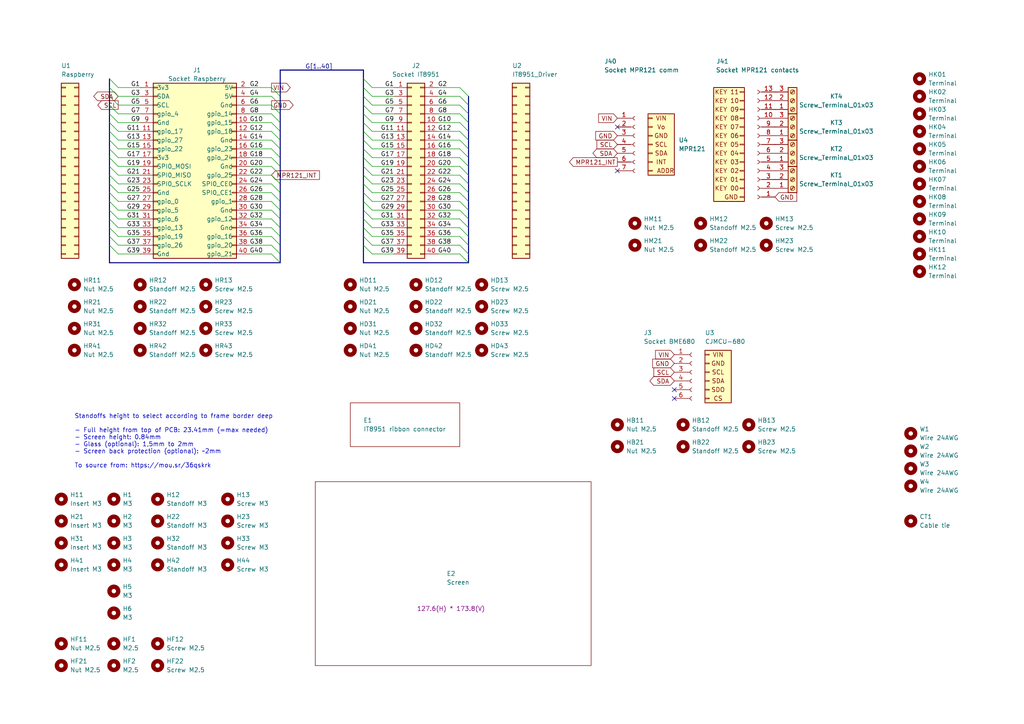
<source format=kicad_sch>
(kicad_sch (version 20211123) (generator eeschema)
  (paper "A4")
  (title_block (title "eInk Frame"))
  (no_connect (at 179.07 49.53))
  (no_connect (at 179.07 36.83))
  (no_connect (at 195.58 115.57))
  (no_connect (at 195.58 113.03))
  (bus_entry (at 105.41 53.34) (size 2.54 2.54))
  (bus_entry (at 105.41 33.02) (size 2.54 2.54))
  (bus_entry (at 105.41 55.88) (size 2.54 2.54))
  (bus_entry (at 133.35 58.42) (size 2.54 2.54))
  (bus_entry (at 133.35 43.18) (size 2.54 2.54))
  (bus_entry (at 105.41 68.58) (size 2.54 2.54))
  (bus_entry (at 133.35 71.12) (size 2.54 2.54))
  (bus_entry (at 105.41 27.94) (size 2.54 2.54))
  (bus_entry (at 105.41 35.56) (size 2.54 2.54))
  (bus_entry (at 133.35 30.48) (size 2.54 2.54))
  (bus_entry (at 105.41 58.42) (size 2.54 2.54))
  (bus_entry (at 133.35 63.5) (size 2.54 2.54))
  (bus_entry (at 133.35 33.02) (size 2.54 2.54))
  (bus_entry (at 133.35 27.94) (size 2.54 2.54))
  (bus_entry (at 133.35 38.1) (size 2.54 2.54))
  (bus_entry (at 133.35 66.04) (size 2.54 2.54))
  (bus_entry (at 133.35 40.64) (size 2.54 2.54))
  (bus_entry (at 133.35 48.26) (size 2.54 2.54))
  (bus_entry (at 133.35 35.56) (size 2.54 2.54))
  (bus_entry (at 133.35 60.96) (size 2.54 2.54))
  (bus_entry (at 105.41 71.12) (size 2.54 2.54))
  (bus_entry (at 31.75 48.26) (size 2.54 2.54))
  (bus_entry (at 31.75 50.8) (size 2.54 2.54))
  (bus_entry (at 31.75 53.34) (size 2.54 2.54))
  (bus_entry (at 31.75 55.88) (size 2.54 2.54))
  (bus_entry (at 31.75 40.64) (size 2.54 2.54))
  (bus_entry (at 31.75 43.18) (size 2.54 2.54))
  (bus_entry (at 31.75 45.72) (size 2.54 2.54))
  (bus_entry (at 78.74 40.64) (size 2.54 2.54))
  (bus_entry (at 78.74 38.1) (size 2.54 2.54))
  (bus_entry (at 78.74 45.72) (size 2.54 2.54))
  (bus_entry (at 78.74 48.26) (size 2.54 2.54))
  (bus_entry (at 78.74 43.18) (size 2.54 2.54))
  (bus_entry (at 78.74 50.8) (size 2.54 2.54))
  (bus_entry (at 78.74 53.34) (size 2.54 2.54))
  (bus_entry (at 78.74 55.88) (size 2.54 2.54))
  (bus_entry (at 78.74 25.4) (size 2.54 2.54))
  (bus_entry (at 78.74 27.94) (size 2.54 2.54))
  (bus_entry (at 78.74 30.48) (size 2.54 2.54))
  (bus_entry (at 31.75 35.56) (size 2.54 2.54))
  (bus_entry (at 31.75 38.1) (size 2.54 2.54))
  (bus_entry (at 31.75 58.42) (size 2.54 2.54))
  (bus_entry (at 31.75 60.96) (size 2.54 2.54))
  (bus_entry (at 31.75 63.5) (size 2.54 2.54))
  (bus_entry (at 31.75 66.04) (size 2.54 2.54))
  (bus_entry (at 31.75 68.58) (size 2.54 2.54))
  (bus_entry (at 31.75 71.12) (size 2.54 2.54))
  (bus_entry (at 78.74 58.42) (size 2.54 2.54))
  (bus_entry (at 78.74 60.96) (size 2.54 2.54))
  (bus_entry (at 78.74 63.5) (size 2.54 2.54))
  (bus_entry (at 31.75 33.02) (size 2.54 2.54))
  (bus_entry (at 31.75 30.48) (size 2.54 2.54))
  (bus_entry (at 31.75 25.4) (size 2.54 2.54))
  (bus_entry (at 31.75 27.94) (size 2.54 2.54))
  (bus_entry (at 31.75 22.86) (size 2.54 2.54))
  (bus_entry (at 78.74 33.02) (size 2.54 2.54))
  (bus_entry (at 78.74 35.56) (size 2.54 2.54))
  (bus_entry (at 78.74 73.66) (size 2.54 2.54))
  (bus_entry (at 78.74 66.04) (size 2.54 2.54))
  (bus_entry (at 78.74 68.58) (size 2.54 2.54))
  (bus_entry (at 78.74 71.12) (size 2.54 2.54))
  (bus_entry (at 105.41 38.1) (size 2.54 2.54))
  (bus_entry (at 105.41 63.5) (size 2.54 2.54))
  (bus_entry (at 133.35 53.34) (size 2.54 2.54))
  (bus_entry (at 105.41 50.8) (size 2.54 2.54))
  (bus_entry (at 105.41 25.4) (size 2.54 2.54))
  (bus_entry (at 105.41 22.86) (size 2.54 2.54))
  (bus_entry (at 105.41 30.48) (size 2.54 2.54))
  (bus_entry (at 105.41 60.96) (size 2.54 2.54))
  (bus_entry (at 105.41 40.64) (size 2.54 2.54))
  (bus_entry (at 105.41 43.18) (size 2.54 2.54))
  (bus_entry (at 133.35 73.66) (size 2.54 2.54))
  (bus_entry (at 133.35 55.88) (size 2.54 2.54))
  (bus_entry (at 133.35 25.4) (size 2.54 2.54))
  (bus_entry (at 105.41 48.26) (size 2.54 2.54))
  (bus_entry (at 105.41 45.72) (size 2.54 2.54))
  (bus_entry (at 133.35 50.8) (size 2.54 2.54))
  (bus_entry (at 133.35 45.72) (size 2.54 2.54))
  (bus_entry (at 105.41 66.04) (size 2.54 2.54))
  (bus_entry (at 133.35 68.58) (size 2.54 2.54))
  (wire (pts (xy 107.95 45.72) (xy 114.3 45.72)))
  (wire (pts (xy 127 38.1) (xy 133.35 38.1)))
  (wire (pts (xy 127 66.04) (xy 133.35 66.04)))
  (bus (pts (xy 105.41 30.48) (xy 105.41 33.02)))
  (wire (pts (xy 72.39 27.94) (xy 78.74 27.94)))
  (bus (pts (xy 135.89 43.18) (xy 135.89 45.72)))
  (wire (pts (xy 127 40.64) (xy 133.35 40.64)))
  (wire (pts (xy 107.95 63.5) (xy 114.3 63.5)))
  (bus (pts (xy 31.75 76.2) (xy 81.28 76.2)))
  (wire (pts (xy 72.39 35.56) (xy 78.74 35.56)))
  (bus (pts (xy 105.41 68.58) (xy 105.41 71.12)))
  (bus (pts (xy 105.41 22.86) (xy 105.41 25.4)))
  (bus (pts (xy 31.75 66.04) (xy 31.75 68.58)))
  (bus (pts (xy 81.28 55.88) (xy 81.28 58.42)))
  (wire (pts (xy 107.95 48.26) (xy 114.3 48.26)))
  (bus (pts (xy 31.75 38.1) (xy 31.75 40.64)))
  (bus (pts (xy 81.28 43.18) (xy 81.28 45.72)))
  (wire (pts (xy 107.95 35.56) (xy 114.3 35.56)))
  (bus (pts (xy 31.75 53.34) (xy 31.75 55.88)))
  (wire (pts (xy 34.29 27.94) (xy 40.64 27.94)))
  (wire (pts (xy 34.29 48.26) (xy 40.64 48.26)))
  (wire (pts (xy 107.95 38.1) (xy 114.3 38.1)))
  (wire (pts (xy 107.95 58.42) (xy 114.3 58.42)))
  (bus (pts (xy 135.89 55.88) (xy 135.89 58.42)))
  (bus (pts (xy 31.75 48.26) (xy 31.75 50.8)))
  (bus (pts (xy 135.89 27.94) (xy 135.89 30.48)))
  (wire (pts (xy 127 63.5) (xy 133.35 63.5)))
  (bus (pts (xy 31.75 50.8) (xy 31.75 53.34)))
  (wire (pts (xy 34.29 66.04) (xy 40.64 66.04)))
  (bus (pts (xy 135.89 71.12) (xy 135.89 73.66)))
  (bus (pts (xy 81.28 27.94) (xy 81.28 30.48)))
  (wire (pts (xy 107.95 60.96) (xy 114.3 60.96)))
  (wire (pts (xy 72.39 25.4) (xy 78.74 25.4)))
  (bus (pts (xy 81.28 53.34) (xy 81.28 55.88)))
  (bus (pts (xy 31.75 30.48) (xy 31.75 33.02)))
  (bus (pts (xy 135.89 33.02) (xy 135.89 35.56)))
  (wire (pts (xy 107.95 71.12) (xy 114.3 71.12)))
  (wire (pts (xy 107.95 33.02) (xy 114.3 33.02)))
  (bus (pts (xy 81.28 63.5) (xy 81.28 66.04)))
  (bus (pts (xy 105.41 40.64) (xy 105.41 43.18)))
  (wire (pts (xy 127 60.96) (xy 133.35 60.96)))
  (bus (pts (xy 81.28 73.66) (xy 81.28 76.2)))
  (bus (pts (xy 135.89 35.56) (xy 135.89 38.1)))
  (wire (pts (xy 34.29 50.8) (xy 40.64 50.8)))
  (bus (pts (xy 81.28 20.32) (xy 81.28 27.94)))
  (bus (pts (xy 31.75 68.58) (xy 31.75 71.12)))
  (wire (pts (xy 107.95 55.88) (xy 114.3 55.88)))
  (bus (pts (xy 135.89 73.66) (xy 135.89 76.2)))
  (wire (pts (xy 72.39 38.1) (xy 78.74 38.1)))
  (bus (pts (xy 81.28 38.1) (xy 81.28 40.64)))
  (bus (pts (xy 31.75 33.02) (xy 31.75 35.56)))
  (wire (pts (xy 34.29 43.18) (xy 40.64 43.18)))
  (bus (pts (xy 105.41 43.18) (xy 105.41 45.72)))
  (wire (pts (xy 72.39 60.96) (xy 78.74 60.96)))
  (bus (pts (xy 81.28 40.64) (xy 81.28 43.18)))
  (wire (pts (xy 127 25.4) (xy 133.35 25.4)))
  (wire (pts (xy 34.29 38.1) (xy 40.64 38.1)))
  (wire (pts (xy 72.39 66.04) (xy 78.74 66.04)))
  (bus (pts (xy 31.75 45.72) (xy 31.75 48.26)))
  (bus (pts (xy 105.41 60.96) (xy 105.41 63.5)))
  (wire (pts (xy 72.39 40.64) (xy 78.74 40.64)))
  (wire (pts (xy 107.95 30.48) (xy 114.3 30.48)))
  (wire (pts (xy 127 73.66) (xy 133.35 73.66)))
  (wire (pts (xy 72.39 68.58) (xy 78.74 68.58)))
  (wire (pts (xy 34.29 63.5) (xy 40.64 63.5)))
  (bus (pts (xy 105.41 71.12) (xy 105.41 76.2)))
  (wire (pts (xy 127 48.26) (xy 133.35 48.26)))
  (wire (pts (xy 34.29 53.34) (xy 40.64 53.34)))
  (wire (pts (xy 127 71.12) (xy 133.35 71.12)))
  (bus (pts (xy 31.75 63.5) (xy 31.75 66.04)))
  (bus (pts (xy 81.28 60.96) (xy 81.28 63.5)))
  (bus (pts (xy 81.28 30.48) (xy 81.28 33.02)))
  (bus (pts (xy 105.41 45.72) (xy 105.41 48.26)))
  (bus (pts (xy 105.41 38.1) (xy 105.41 40.64)))
  (wire (pts (xy 72.39 33.02) (xy 78.74 33.02)))
  (bus (pts (xy 135.89 38.1) (xy 135.89 40.64)))
  (wire (pts (xy 127 53.34) (xy 133.35 53.34)))
  (bus (pts (xy 135.89 45.72) (xy 135.89 48.26)))
  (bus (pts (xy 135.89 68.58) (xy 135.89 71.12)))
  (wire (pts (xy 127 45.72) (xy 133.35 45.72)))
  (bus (pts (xy 135.89 40.64) (xy 135.89 43.18)))
  (wire (pts (xy 127 27.94) (xy 133.35 27.94)))
  (wire (pts (xy 72.39 53.34) (xy 78.74 53.34)))
  (bus (pts (xy 81.28 33.02) (xy 81.28 35.56)))
  (wire (pts (xy 34.29 30.48) (xy 40.64 30.48)))
  (wire (pts (xy 34.29 71.12) (xy 40.64 71.12)))
  (wire (pts (xy 107.95 43.18) (xy 114.3 43.18)))
  (bus (pts (xy 31.75 27.94) (xy 31.75 30.48)))
  (wire (pts (xy 34.29 58.42) (xy 40.64 58.42)))
  (wire (pts (xy 107.95 73.66) (xy 114.3 73.66)))
  (wire (pts (xy 127 68.58) (xy 133.35 68.58)))
  (bus (pts (xy 105.41 25.4) (xy 105.41 27.94)))
  (bus (pts (xy 31.75 71.12) (xy 31.75 76.2)))
  (wire (pts (xy 127 30.48) (xy 133.35 30.48)))
  (wire (pts (xy 107.95 25.4) (xy 114.3 25.4)))
  (bus (pts (xy 81.28 45.72) (xy 81.28 48.26)))
  (bus (pts (xy 105.41 53.34) (xy 105.41 55.88)))
  (bus (pts (xy 105.41 33.02) (xy 105.41 35.56)))
  (bus (pts (xy 135.89 60.96) (xy 135.89 63.5)))
  (bus (pts (xy 105.41 55.88) (xy 105.41 58.42)))
  (bus (pts (xy 81.28 20.32) (xy 105.41 20.32)))
  (bus (pts (xy 81.28 66.04) (xy 81.28 68.58)))
  (bus (pts (xy 31.75 40.64) (xy 31.75 43.18)))
  (wire (pts (xy 127 33.02) (xy 133.35 33.02)))
  (wire (pts (xy 34.29 40.64) (xy 40.64 40.64)))
  (wire (pts (xy 72.39 45.72) (xy 78.74 45.72)))
  (wire (pts (xy 34.29 25.4) (xy 40.64 25.4)))
  (bus (pts (xy 81.28 35.56) (xy 81.28 38.1)))
  (wire (pts (xy 127 55.88) (xy 133.35 55.88)))
  (wire (pts (xy 34.29 35.56) (xy 40.64 35.56)))
  (wire (pts (xy 34.29 68.58) (xy 40.64 68.58)))
  (wire (pts (xy 72.39 48.26) (xy 78.74 48.26)))
  (wire (pts (xy 72.39 71.12) (xy 78.74 71.12)))
  (bus (pts (xy 31.75 43.18) (xy 31.75 45.72)))
  (bus (pts (xy 105.41 50.8) (xy 105.41 53.34)))
  (wire (pts (xy 72.39 50.8) (xy 78.74 50.8)))
  (bus (pts (xy 135.89 48.26) (xy 135.89 50.8)))
  (wire (pts (xy 127 43.18) (xy 133.35 43.18)))
  (bus (pts (xy 135.89 50.8) (xy 135.89 53.34)))
  (wire (pts (xy 72.39 73.66) (xy 78.74 73.66)))
  (bus (pts (xy 31.75 58.42) (xy 31.75 60.96)))
  (wire (pts (xy 107.95 53.34) (xy 114.3 53.34)))
  (bus (pts (xy 105.41 58.42) (xy 105.41 60.96)))
  (wire (pts (xy 127 50.8) (xy 133.35 50.8)))
  (bus (pts (xy 105.41 48.26) (xy 105.41 50.8)))
  (wire (pts (xy 107.95 50.8) (xy 114.3 50.8)))
  (bus (pts (xy 105.41 63.5) (xy 105.41 66.04)))
  (bus (pts (xy 135.89 66.04) (xy 135.89 68.58)))
  (bus (pts (xy 135.89 63.5) (xy 135.89 66.04)))
  (wire (pts (xy 72.39 43.18) (xy 78.74 43.18)))
  (wire (pts (xy 34.29 33.02) (xy 40.64 33.02)))
  (wire (pts (xy 34.29 60.96) (xy 40.64 60.96)))
  (wire (pts (xy 34.29 55.88) (xy 40.64 55.88)))
  (bus (pts (xy 135.89 53.34) (xy 135.89 55.88)))
  (bus (pts (xy 105.41 27.94) (xy 105.41 30.48)))
  (wire (pts (xy 34.29 45.72) (xy 40.64 45.72)))
  (bus (pts (xy 81.28 58.42) (xy 81.28 60.96)))
  (bus (pts (xy 31.75 60.96) (xy 31.75 63.5)))
  (bus (pts (xy 31.75 35.56) (xy 31.75 38.1)))
  (bus (pts (xy 105.41 35.56) (xy 105.41 38.1)))
  (wire (pts (xy 72.39 55.88) (xy 78.74 55.88)))
  (wire (pts (xy 107.95 66.04) (xy 114.3 66.04)))
  (wire (pts (xy 107.95 68.58) (xy 114.3 68.58)))
  (wire (pts (xy 127 35.56) (xy 133.35 35.56)))
  (bus (pts (xy 81.28 68.58) (xy 81.28 71.12)))
  (bus (pts (xy 135.89 30.48) (xy 135.89 33.02)))
  (bus (pts (xy 105.41 22.86) (xy 105.41 20.32)))
  (bus (pts (xy 31.75 22.86) (xy 31.75 25.4)))
  (wire (pts (xy 72.39 58.42) (xy 78.74 58.42)))
  (wire (pts (xy 72.39 30.48) (xy 78.74 30.48)))
  (bus (pts (xy 81.28 50.8) (xy 81.28 53.34)))
  (wire (pts (xy 107.95 27.94) (xy 114.3 27.94)))
  (bus (pts (xy 105.41 66.04) (xy 105.41 68.58)))
  (bus (pts (xy 135.89 58.42) (xy 135.89 60.96)))
  (wire (pts (xy 107.95 40.64) (xy 114.3 40.64)))
  (wire (pts (xy 127 58.42) (xy 133.35 58.42)))
  (bus (pts (xy 105.41 76.2) (xy 135.89 76.2)))
  (bus (pts (xy 81.28 48.26) (xy 81.28 50.8)))
  (bus (pts (xy 31.75 55.88) (xy 31.75 58.42)))
  (wire (pts (xy 72.39 63.5) (xy 78.74 63.5)))
  (wire (pts (xy 34.29 73.66) (xy 40.64 73.66)))
  (bus (pts (xy 81.28 71.12) (xy 81.28 73.66)))
  (bus (pts (xy 31.75 25.4) (xy 31.75 27.94)))
  (text "Standoffs height to select according to frame border deep\n\n- Full height from top of PCB: 23.41mm (=max needed)\n- Screen height: 0.84mm\n- Glass (optional): 1,5mm to 2mm\n- Screen back protection (optional): ~2mm\n\nTo source from: https://mou.sr/36qskrk" (at 21.59 135.89 0) (effects (font (size 1.27 1.27)) (justify left bottom)))
  (label "G17" (at 114.3 45.72 180))
  (label "G2" (at 127 25.4 0))
  (label "G3" (at 114.3 27.94 180))
  (label "G13" (at 114.3 40.64 180))
  (label "G28" (at 72.39 58.42 0))
  (label "G12" (at 127 38.1 0))
  (label "G15" (at 40.64 43.18 180))
  (label "G23" (at 114.3 53.34 180))
  (label "G4" (at 72.39 27.94 0))
  (label "G9" (at 40.64 35.56 180))
  (label "G19" (at 40.64 48.26 180))
  (label "G14" (at 72.39 40.64 0))
  (label "G32" (at 72.39 63.5 0))
  (label "G33" (at 114.3 66.04 180))
  (label "G15" (at 114.3 43.18 180))
  (label "G35" (at 40.64 68.58 180))
  (label "G37" (at 40.64 71.12 180))
  (label "G33" (at 40.64 66.04 180))
  (label "G22" (at 72.39 50.8 0))
  (label "G28" (at 127 58.42 0))
  (label "G5" (at 40.64 30.48 180))
  (label "G30" (at 72.39 60.96 0))
  (label "G35" (at 114.3 68.58 180))
  (label "G19" (at 114.3 48.26 180))
  (label "G24" (at 72.39 53.34 0))
  (label "G4" (at 127 27.94 0))
  (label "G8" (at 72.39 33.02 0))
  (label "G17" (at 40.64 45.72 180))
  (label "G18" (at 127 45.72 0))
  (label "G32" (at 127 63.5 0))
  (label "G27" (at 114.3 58.42 180))
  (label "G1" (at 40.64 25.4 180))
  (label "G8" (at 127 33.02 0))
  (label "G16" (at 127 43.18 0))
  (label "G25" (at 114.3 55.88 180))
  (label "G30" (at 127 60.96 0))
  (label "G20" (at 72.39 48.26 0))
  (label "G36" (at 72.39 68.58 0))
  (label "G1" (at 114.3 25.4 180))
  (label "G7" (at 114.3 33.02 180))
  (label "G3" (at 40.64 27.94 180))
  (label "G7" (at 40.64 33.02 180))
  (label "G27" (at 40.64 58.42 180))
  (label "G29" (at 114.3 60.96 180))
  (label "G10" (at 72.39 35.56 0))
  (label "G22" (at 127 50.8 0))
  (label "G38" (at 127 71.12 0))
  (label "G6" (at 72.39 30.48 0))
  (label "G16" (at 72.39 43.18 0))
  (label "G13" (at 40.64 40.64 180))
  (label "G6" (at 127 30.48 0))
  (label "G26" (at 72.39 55.88 0))
  (label "G34" (at 127 66.04 0))
  (label "G31" (at 40.64 63.5 180))
  (label "G26" (at 127 55.88 0))
  (label "G39" (at 40.64 73.66 180))
  (label "G38" (at 72.39 71.12 0))
  (label "G11" (at 40.64 38.1 180))
  (label "G23" (at 40.64 53.34 180))
  (label "G9" (at 114.3 35.56 180))
  (label "G37" (at 114.3 71.12 180))
  (label "G20" (at 127 48.26 0))
  (label "G21" (at 40.64 50.8 180))
  (label "G5" (at 114.3 30.48 180))
  (label "G24" (at 127 53.34 0))
  (label "G25" (at 40.64 55.88 180))
  (label "G18" (at 72.39 45.72 0))
  (label "G36" (at 127 68.58 0))
  (label "G10" (at 127 35.56 0))
  (label "G29" (at 40.64 60.96 180))
  (label "G[1..40]" (at 96.52 20.32 180))
  (label "G40" (at 72.39 73.66 0))
  (label "G21" (at 114.3 50.8 180))
  (label "G14" (at 127 40.64 0))
  (label "G31" (at 114.3 63.5 180))
  (label "G34" (at 72.39 66.04 0))
  (label "G2" (at 72.39 25.4 0))
  (label "G39" (at 114.3 73.66 180))
  (label "G12" (at 72.39 38.1 0))
  (label "G40" (at 127 73.66 0))
  (label "G11" (at 114.3 38.1 180))
  (global_label "VIN" (shape output) (at 78.74 25.4 0) (property "Intersheet References" "${INTERSHEET_REFS}" (effects hide)))
  (global_label "SCL" (shape input) (at 195.58 107.95 180) (property "Intersheet References" "${INTERSHEET_REFS}" (effects hide)))
  (global_label "GND" (shape input) (at 179.07 39.37 180) (property "Intersheet References" "${INTERSHEET_REFS}" (effects hide)))
  (global_label "GND" (shape input) (at 224.79 57.15 0) (property "Intersheet References" "${INTERSHEET_REFS}" (effects hide)))
  (global_label "MPR121_INT" (shape input) (at 78.74 50.8 0) (property "Intersheet References" "${INTERSHEET_REFS}" (effects hide)))
  (global_label "SDA" (shape bidirectional) (at 195.58 110.49 180) (property "Intersheet References" "${INTERSHEET_REFS}" (effects hide)))
  (global_label "SCL" (shape output) (at 34.29 30.48 180) (property "Intersheet References" "${INTERSHEET_REFS}" (effects hide)))
  (global_label "GND" (shape output) (at 78.74 30.48 0) (property "Intersheet References" "${INTERSHEET_REFS}" (effects hide)))
  (global_label "SDA" (shape bidirectional) (at 34.29 27.94 180) (property "Intersheet References" "${INTERSHEET_REFS}" (effects hide)))
  (global_label "VIN" (shape input) (at 195.58 102.87 180) (property "Intersheet References" "${INTERSHEET_REFS}" (effects hide)))
  (global_label "MPR121_INT" (shape output) (at 179.07 46.99 180) (property "Intersheet References" "${INTERSHEET_REFS}" (effects hide)))
  (global_label "SDA" (shape bidirectional) (at 179.07 44.45 180) (property "Intersheet References" "${INTERSHEET_REFS}" (effects hide)))
  (global_label "SCL" (shape input) (at 179.07 41.91 180) (property "Intersheet References" "${INTERSHEET_REFS}" (effects hide)))
  (global_label "GND" (shape input) (at 195.58 105.41 180) (property "Intersheet References" "${INTERSHEET_REFS}" (effects hide)))
  (global_label "VIN" (shape input) (at 179.07 34.29 180) (property "Intersheet References" "${INTERSHEET_REFS}" (effects hide)))
  (symbol (lib_id "Mechanical:MountingHole") (at 40.64 95.25 0) (unit 1) (on_board no)
    (property "Reference" "HR32" (at 43.18 93.9799 0) (effects (justify left)))
    (property "Value" "Standoff M2.5" (at 43.18 96.5199 0) (effects (justify left)))
    (property "Footprint" "MountingHole:MountingHole_2.7mm_M2.5" (effects hide))
    (property "Datasheet" "http://www.product-config.net/catalog3/cad?d=mouser.raf&id=M2105-2545-al&f=2dpdf&o=raf_M2105-2545-al&stream=true&p0=MATERIAL_CODE&v0=AL&p1=A&v1=4.8&p2=B&v2=3.97&p3=DESCRIPTION&v3=4_5_MM_HEX_MALE_FEMALE_STANDOFFS&p4=L&v4=10&p5=OD&v5=4.5&p6=THREAD_CODE&v6=2545&p7=PART_NO&v7=M2105-2545-AL" (effects hide))
    (property "mouser#" "761-M2105-2545-AL" (effects hide))
  )
  (symbol (lib_id "Mechanical:MountingHole") (at 266.7 27.94 0) (unit 1) (on_board no)
    (property "Reference" "HK02" (at 269.24 26.6699 0) (effects (justify left)))
    (property "Value" "Terminal" (at 269.24 29.2099 0) (effects (justify left)))
    (property "Footprint" "MountingHole:MountingHole_3.2mm_M3" (effects hide))
    (property "Datasheet" "https://www.mouser.fr/datasheet/2/418/6/ENG_CD_151439_O2-2010611.pdf" (effects hide))
    (property "mouser#" "571-151439" (effects hide))
  )
  (symbol (lib_id "Mechanical:MountingHole") (at 59.69 101.6 0) (unit 1) (on_board no)
    (property "Reference" "HR43" (at 62.23 100.3299 0) (effects (justify left)))
    (property "Value" "Screw M2.5" (at 62.23 102.8699 0) (effects (justify left)))
    (property "Footprint" "MountingHole:MountingHole_2.7mm_M2.5" (effects hide))
    (property "Datasheet" "https://www.mouser.fr/datasheet/2/215/9300-741363.pdf" (effects hide))
    (property "mouser#" "534-29300" (effects hide))
  )
  (symbol (lib_id "eInkFrame:Raspeberry") (at 55.88 49.53 0) (unit 1)
    (property "Reference" "J1" (at 57.15 20.32 0))
    (property "Value" "Socket Raspberry" (at 57.15 22.86 0))
    (property "Footprint" "Connector_PinSocket_2.54mm:PinSocket_2x20_P2.54mm_Vertical_SMD" (effects hide))
    (property "Datasheet" "https://www.mouser.fr/datasheet/2/527/ssm_sm-2853675.pdf" (effects hide))
    (property "mouser#" "200-SSM120FDV" (effects hide))
  )
  (symbol (lib_id "Connector:Screw_Terminal_01x03") (at 229.87 52.07 0) (mirror x) (unit 1)
    (property "Reference" "KT1" (at 242.57 50.8 0))
    (property "Value" "Screw_Terminal_01x03" (at 242.57 53.34 0))
    (property "Footprint" "eInkFrame:TE 2383945-3" (effects hide))
    (property "Datasheet" "https://www.mouser.fr/datasheet/2/418/8/ENG_CD_2383945_A1-2451490.pdf" (effects hide))
    (property "mouser#" "571-2383945-3" (effects hide))
  )
  (symbol (lib_id "Mechanical:MountingHole") (at 33.02 186.69 0) (unit 1) (in_bom no)
    (property "Reference" "HF1" (at 35.56 185.4199 0) (effects (justify left)))
    (property "Value" "M2.5" (at 35.56 187.9599 0) (effects (justify left)))
    (property "Footprint" "MountingHole:MountingHole_2.7mm_M2.5" (effects hide))
  )
  (symbol (lib_id "Mechanical:MountingHole") (at 264.16 135.89 0) (unit 1) (on_board no)
    (property "Reference" "W3" (at 266.7 134.6199 0) (effects (justify left)))
    (property "Value" "Wire 24AWG" (at 266.7 137.1599 0) (effects (justify left)))
    (property "Datasheet" "https://www.mouser.fr/datasheet/2/418/NG_CD_100G0111_9-710169.pdf" (effects hide))
    (property "mouser#" "650-100G0111-0.25-0" (effects hide))
  )
  (symbol (lib_id "Mechanical:MountingHole") (at 40.64 101.6 0) (unit 1) (on_board no)
    (property "Reference" "HR42" (at 43.18 100.3299 0) (effects (justify left)))
    (property "Value" "Standoff M2.5" (at 43.18 102.8699 0) (effects (justify left)))
    (property "Footprint" "MountingHole:MountingHole_2.7mm_M2.5" (effects hide))
    (property "Datasheet" "http://www.product-config.net/catalog3/cad?d=mouser.raf&id=M2105-2545-al&f=2dpdf&o=raf_M2105-2545-al&stream=true&p0=MATERIAL_CODE&v0=AL&p1=A&v1=4.8&p2=B&v2=3.97&p3=DESCRIPTION&v3=4_5_MM_HEX_MALE_FEMALE_STANDOFFS&p4=L&v4=10&p5=OD&v5=4.5&p6=THREAD_CODE&v6=2545&p7=PART_NO&v7=M2105-2545-AL" (effects hide))
    (property "mouser#" "761-M2105-2545-AL" (effects hide))
  )
  (symbol (lib_id "Mechanical:MountingHole") (at 120.65 82.55 0) (unit 1) (on_board no)
    (property "Reference" "HD12" (at 123.19 81.2799 0) (effects (justify left)))
    (property "Value" "Standoff M2.5" (at 123.19 83.8199 0) (effects (justify left)))
    (property "Footprint" "MountingHole:MountingHole_2.7mm_M2.5" (effects hide))
    (property "Datasheet" "http://www.product-config.net/catalog3/cad?d=mouser.raf&id=M2113-2545-al&f=2dpdf&o=raf_M2113-2545-al&stream=true&p0=MATERIAL_CODE&v0=AL&p1=A&v1=4.8&p2=B&v2=3.97&p3=DESCRIPTION&v3=4_5_MM_HEX_MALE_FEMALE_STANDOFFS&p4=L&v4=18&p5=OD&v5=4.5&p6=THREAD_CODE&v6=2545&p7=PART_NO&v7=M2113-2545-AL" (effects hide))
    (property "mouser#" "761-M2113-2545-AL" (effects hide))
  )
  (symbol (lib_id "Mechanical:MountingHole") (at 21.59 88.9 0) (unit 1) (on_board no)
    (property "Reference" "HR21" (at 24.13 87.6299 0) (effects (justify left)))
    (property "Value" "Nut M2.5" (at 24.13 90.1699 0) (effects (justify left)))
    (property "Footprint" "MountingHole:MountingHole_2.7mm_M2.5" (effects hide))
    (property "Datasheet" "https://www.essentracomponents.com/fr-fr/component/skuAsset?mediaId=212122" (effects hide))
    (property "mouser#" "144-04M025045HN" (effects hide))
  )
  (symbol (lib_id "Mechanical:MountingHole") (at 266.7 68.58 0) (unit 1) (on_board no)
    (property "Reference" "HK10" (at 269.24 67.3099 0) (effects (justify left)))
    (property "Value" "Terminal" (at 269.24 69.8499 0) (effects (justify left)))
    (property "Footprint" "MountingHole:MountingHole_3.2mm_M3" (effects hide))
    (property "Datasheet" "https://www.mouser.fr/datasheet/2/418/6/ENG_CD_151439_O2-2010611.pdf" (effects hide))
    (property "mouser#" "571-151439" (effects hide))
  )
  (symbol (lib_id "Mechanical:MountingHole") (at 203.2 64.77 0) (unit 1) (on_board no)
    (property "Reference" "HM12" (at 205.74 63.4999 0) (effects (justify left)))
    (property "Value" "Standoff M2.5" (at 205.74 66.0399 0) (effects (justify left)))
    (property "Footprint" "MountingHole:MountingHole_2.7mm_M2.5" (effects hide))
    (property "Datasheet" "http://www.product-config.net/catalog3/cad?d=mouser.raf&id=M2105-2545-al&f=2dpdf&o=raf_M2105-2545-al&stream=true&p0=MATERIAL_CODE&v0=AL&p1=A&v1=4.8&p2=B&v2=3.97&p3=DESCRIPTION&v3=4_5_MM_HEX_MALE_FEMALE_STANDOFFS&p4=L&v4=10&p5=OD&v5=4.5&p6=THREAD_CODE&v6=2545&p7=PART_NO&v7=M2105-2545-AL" (effects hide))
    (property "mouser#" "761-M2105-2545-AL" (effects hide))
  )
  (symbol (lib_id "Mechanical:MountingHole") (at 266.7 48.26 0) (unit 1) (on_board no)
    (property "Reference" "HK06" (at 269.24 46.9899 0) (effects (justify left)))
    (property "Value" "Terminal" (at 269.24 49.5299 0) (effects (justify left)))
    (property "Footprint" "MountingHole:MountingHole_3.2mm_M3" (effects hide))
    (property "Datasheet" "https://www.mouser.fr/datasheet/2/418/6/ENG_CD_151439_O2-2010611.pdf" (effects hide))
    (property "mouser#" "571-151439" (effects hide))
  )
  (symbol (lib_id "Mechanical:MountingHole") (at 45.72 186.69 0) (unit 1) (on_board no)
    (property "Reference" "HF12" (at 48.26 185.4199 0) (effects (justify left)))
    (property "Value" "Screw M2.5" (at 48.26 187.9599 0) (effects (justify left)))
    (property "Footprint" "MountingHole:MountingHole_2.7mm_M2.5" (effects hide))
    (property "Datasheet" "https://www.mouser.fr/datasheet/2/215/9300-741363.pdf" (effects hide))
    (property "mouser#" "534-29300" (effects hide))
  )
  (symbol (lib_id "Mechanical:MountingHole") (at 33.02 193.04 0) (unit 1) (in_bom no)
    (property "Reference" "HF2" (at 35.56 191.7699 0) (effects (justify left)))
    (property "Value" "M2.5" (at 35.56 194.3099 0) (effects (justify left)))
    (property "Footprint" "MountingHole:MountingHole_2.7mm_M2.5" (effects hide))
  )
  (symbol (lib_id "Mechanical:MountingHole") (at 101.6 101.6 0) (unit 1) (on_board no)
    (property "Reference" "HD41" (at 104.14 100.3299 0) (effects (justify left)))
    (property "Value" "Nut M2.5" (at 104.14 102.8699 0) (effects (justify left)))
    (property "Footprint" "MountingHole:MountingHole_2.7mm_M2.5" (effects hide))
    (property "Datasheet" "https://www.essentracomponents.com/fr-fr/component/skuAsset?mediaId=212122" (effects hide))
    (property "mouser#" "144-04M025045HN" (effects hide))
  )
  (symbol (lib_id "Mechanical:MountingHole") (at 120.65 101.6 0) (unit 1) (on_board no)
    (property "Reference" "HD42" (at 123.19 100.3299 0) (effects (justify left)))
    (property "Value" "Standoff M2.5" (at 123.19 102.8699 0) (effects (justify left)))
    (property "Footprint" "MountingHole:MountingHole_2.7mm_M2.5" (effects hide))
    (property "Datasheet" "http://www.product-config.net/catalog3/cad?d=mouser.raf&id=M2113-2545-al&f=2dpdf&o=raf_M2113-2545-al&stream=true&p0=MATERIAL_CODE&v0=AL&p1=A&v1=4.8&p2=B&v2=3.97&p3=DESCRIPTION&v3=4_5_MM_HEX_MALE_FEMALE_STANDOFFS&p4=L&v4=18&p5=OD&v5=4.5&p6=THREAD_CODE&v6=2545&p7=PART_NO&v7=M2113-2545-AL" (effects hide))
    (property "mouser#" "761-M2113-2545-AL" (effects hide))
  )
  (symbol (lib_id "Mechanical:MountingHole") (at 45.72 193.04 0) (unit 1) (on_board no)
    (property "Reference" "HF22" (at 48.26 191.7699 0) (effects (justify left)))
    (property "Value" "Screw M2.5" (at 48.26 194.3099 0) (effects (justify left)))
    (property "Footprint" "MountingHole:MountingHole_2.7mm_M2.5" (effects hide))
    (property "Datasheet" "https://www.mouser.fr/datasheet/2/215/9300-741363.pdf" (effects hide))
    (property "mouser#" "534-29300" (effects hide))
  )
  (symbol (lib_id "Mechanical:MountingHole") (at 266.7 58.42 0) (unit 1) (on_board no)
    (property "Reference" "HK08" (at 269.24 57.1499 0) (effects (justify left)))
    (property "Value" "Terminal" (at 269.24 59.6899 0) (effects (justify left)))
    (property "Footprint" "MountingHole:MountingHole_3.2mm_M3" (effects hide))
    (property "Datasheet" "https://www.mouser.fr/datasheet/2/418/6/ENG_CD_151439_O2-2010611.pdf" (effects hide))
    (property "mouser#" "571-151439" (effects hide))
  )
  (symbol (lib_id "Mechanical:MountingHole") (at 222.25 71.12 0) (unit 1) (on_board no)
    (property "Reference" "HM23" (at 224.79 69.8499 0) (effects (justify left)))
    (property "Value" "Screw M2.5" (at 224.79 72.3899 0) (effects (justify left)))
    (property "Footprint" "MountingHole:MountingHole_2.7mm_M2.5" (effects hide))
    (property "Datasheet" "https://www.mouser.fr/datasheet/2/215/9300-741363.pdf" (effects hide))
    (property "mouser#" "534-29300" (effects hide))
  )
  (symbol (lib_id "Connector:Conn_01x13_Female") (at 219.71 41.91 180) (unit 1)
    (property "Reference" "J41" (at 209.55 17.78 0))
    (property "Value" "Socket MPR121 contacts" (at 219.71 20.32 0))
    (property "Footprint" "Connector_PinSocket_2.54mm:PinSocket_1x13_P2.54mm_Vertical_SMD_Pin1Right" (effects hide))
    (property "Datasheet" "https://www.mouser.fr/datasheet/2/527/ssm_sm-2853675.pdf" (effects hide))
    (property "mouser#" "200-SSM113SSV" (effects hide))
  )
  (symbol (lib_id "eInkFrame:Conn_02x20 (Socket)") (at 19.05 48.26 0) (unit 1)
    (property "Reference" "U1" (at 17.78 19.05 0) (effects (justify left)))
    (property "Value" "Raspberry" (at 17.78 21.59 0) (effects (justify left)))
    (property "Footprint" "eInkFrame:Raspberry uHAT (Socket)" (effects hide))
    (property "Datasheet" "https://datasheets.raspberrypi.com/rpizero2/raspberry-pi-zero-2-w-product-brief.pdf" (effects hide))
  )
  (symbol (lib_id "Mechanical:MountingHole") (at 184.15 71.12 0) (unit 1) (on_board no)
    (property "Reference" "HM21" (at 186.69 69.8499 0) (effects (justify left)))
    (property "Value" "Nut M2.5" (at 186.69 72.3899 0) (effects (justify left)))
    (property "Footprint" "MountingHole:MountingHole_2.7mm_M2.5" (effects hide))
    (property "Datasheet" "https://www.essentracomponents.com/fr-fr/component/skuAsset?mediaId=212122" (effects hide))
    (property "mouser#" "144-04M025045HN" (effects hide))
  )
  (symbol (lib_id "Mechanical:MountingHole") (at 40.64 82.55 0) (unit 1) (on_board no)
    (property "Reference" "HR12" (at 43.18 81.2799 0) (effects (justify left)))
    (property "Value" "Standoff M2.5" (at 43.18 83.8199 0) (effects (justify left)))
    (property "Footprint" "MountingHole:MountingHole_2.7mm_M2.5" (effects hide))
    (property "Datasheet" "http://www.product-config.net/catalog3/cad?d=mouser.raf&id=M2105-2545-al&f=2dpdf&o=raf_M2105-2545-al&stream=true&p0=MATERIAL_CODE&v0=AL&p1=A&v1=4.8&p2=B&v2=3.97&p3=DESCRIPTION&v3=4_5_MM_HEX_MALE_FEMALE_STANDOFFS&p4=L&v4=10&p5=OD&v5=4.5&p6=THREAD_CODE&v6=2545&p7=PART_NO&v7=M2105-2545-AL" (effects hide))
    (property "mouser#" "761-M2105-2545-AL" (effects hide))
  )
  (symbol (lib_id "eInkFrame:CJMCU-680 (Socket)") (at 208.28 107.95 0) (unit 1)
    (property "Reference" "U3" (at 204.47 96.52 0) (effects (justify left)))
    (property "Value" "CJMCU-680" (at 204.47 99.06 0) (effects (justify left)))
    (property "Footprint" "eInkFrame:CJMCU-680 HAT (Socket)" (effects hide))
    (property "Web" "https://www.bosch-sensortec.com/products/environmental-sensors/gas-sensors/bme680/" (effects hide))
  )
  (symbol (lib_id "eInkFrame:MPR121 (Socket)") (at 200.66 41.91 0) (unit 1)
    (property "Reference" "U4" (at 196.85 40.64 0) (effects (justify left)))
    (property "Value" "MPR121" (at 196.85 43.18 0) (effects (justify left)))
    (property "Footprint" "eInkFrame:Adafruit MPR121 (Socket)" (effects hide))
    (property "Datasheet" "https://cdn-learn.adafruit.com/downloads/pdf/adafruit-mpr121-12-key-capacitive-touch-sensor-breakout-tutorial.pdf" (effects hide))
    (property "Web" "https://learn.adafruit.com/adafruit-mpr121-12-key-capacitive-touch-sensor-breakout-tutorial/overview" (effects hide))
  )
  (symbol (lib_id "Mechanical:MountingHole") (at 264.16 130.81 0) (unit 1) (on_board no)
    (property "Reference" "W2" (at 266.7 129.5399 0) (effects (justify left)))
    (property "Value" "Wire 24AWG" (at 266.7 132.0799 0) (effects (justify left)))
    (property "Datasheet" "https://www.mouser.fr/datasheet/2/418/NG_CD_100G0111_9-710169.pdf" (effects hide))
    (property "mouser#" "650-100G0111-0.25-0" (effects hide))
  )
  (symbol (lib_id "Mechanical:MountingHole") (at 139.7 88.9 0) (unit 1) (on_board no)
    (property "Reference" "HD23" (at 142.24 87.6299 0) (effects (justify left)))
    (property "Value" "Screw M2.5" (at 142.24 90.1699 0) (effects (justify left)))
    (property "Footprint" "MountingHole:MountingHole_2.7mm_M2.5" (effects hide))
    (property "Datasheet" "https://www.mouser.fr/datasheet/2/215/9300-741363.pdf" (effects hide))
    (property "mouser#" "534-29300" (effects hide))
  )
  (symbol (lib_id "Mechanical:MountingHole") (at 66.04 151.13 0) (unit 1) (on_board no)
    (property "Reference" "H23" (at 68.58 149.8599 0) (effects (justify left)))
    (property "Value" "Screw M3" (at 68.58 152.3999 0) (effects (justify left)))
    (property "Footprint" "MountingHole:MountingHole_3.2mm_M3" (effects hide))
    (property "Datasheet" "https://www.mouser.fr/datasheet/2/215/191-2_9191-7-744399.pdf" (effects hide))
    (property "mouser#" "534-9191-3" (effects hide))
  )
  (symbol (lib_id "Mechanical:MountingHole") (at 45.72 144.78 0) (unit 1) (on_board no)
    (property "Reference" "H12" (at 48.26 143.5099 0) (effects (justify left)))
    (property "Value" "Standoff M3" (at 48.26 146.0499 0) (effects (justify left)))
    (property "Footprint" "MountingHole:MountingHole_3.2mm_M3" (effects hide))
    (property "Datasheet" "http://www.product-config.net/catalog3/cad?d=mouser.raf&id=M2115-3005-ss&f=2dpdf&o=raf_M2115-3005-ss&stream=true&p0=MATERIAL_CODE&v0=SS&p1=A&v1=6.4&p2=B&v2=4.76&p3=DESCRIPTION&v3=4_5_MM_HEX_MALE_FEMALE_STANDOFFS&p4=L&v4=20&p5=OD&v5=4.5&p6=THREAD_CODE&v6=3005&p7=PART_NO&v7=M2115-3005-SS" (effects hide))
    (property "mouser#" "761-M2115-3005-SS" (effects hide))
  )
  (symbol (lib_id "Mechanical:MountingHole") (at 33.02 177.8 0) (unit 1) (in_bom no)
    (property "Reference" "H6" (at 35.56 176.5299 0) (effects (justify left)))
    (property "Value" "M3" (at 35.56 179.0699 0) (effects (justify left)))
    (property "Footprint" "MountingHole:MountingHole_3.2mm_M3" (effects hide))
  )
  (symbol (lib_id "Mechanical:MountingHole") (at 120.65 88.9 0) (unit 1) (on_board no)
    (property "Reference" "HD22" (at 123.19 87.6299 0) (effects (justify left)))
    (property "Value" "Standoff M2.5" (at 123.19 90.1699 0) (effects (justify left)))
    (property "Footprint" "MountingHole:MountingHole_2.7mm_M2.5" (effects hide))
    (property "Datasheet" "http://www.product-config.net/catalog3/cad?d=mouser.raf&id=M2113-2545-al&f=2dpdf&o=raf_M2113-2545-al&stream=true&p0=MATERIAL_CODE&v0=AL&p1=A&v1=4.8&p2=B&v2=3.97&p3=DESCRIPTION&v3=4_5_MM_HEX_MALE_FEMALE_STANDOFFS&p4=L&v4=18&p5=OD&v5=4.5&p6=THREAD_CODE&v6=2545&p7=PART_NO&v7=M2113-2545-AL" (effects hide))
    (property "mouser#" "761-M2113-2545-AL" (effects hide))
  )
  (symbol (lib_id "Mechanical:MountingHole") (at 21.59 95.25 0) (unit 1) (on_board no)
    (property "Reference" "HR31" (at 24.13 93.9799 0) (effects (justify left)))
    (property "Value" "Nut M2.5" (at 24.13 96.5199 0) (effects (justify left)))
    (property "Footprint" "MountingHole:MountingHole_2.7mm_M2.5" (effects hide))
    (property "Datasheet" "https://www.essentracomponents.com/fr-fr/component/skuAsset?mediaId=212122" (effects hide))
    (property "mouser#" "144-04M025045HN" (effects hide))
  )
  (symbol (lib_id "Connector:Conn_01x06_Female") (at 200.66 107.95 0) (unit 1)
    (property "Reference" "J3" (at 186.69 96.52 0) (effects (justify left)))
    (property "Value" "Socket BME680" (at 186.69 99.06 0) (effects (justify left)))
    (property "Footprint" "Connector_PinSocket_2.54mm:PinSocket_1x06_P2.54mm_Vertical_SMD_Pin1Right" (effects hide))
    (property "Datasheet" "https://www.mouser.fr/datasheet/2/527/ssm_sm-2853675.pdf" (effects hide))
    (property "mouser#" "200-SSM106SSV" (effects hide))
  )
  (symbol (lib_id "Mechanical:MountingHole") (at 33.02 151.13 0) (unit 1) (in_bom no)
    (property "Reference" "H2" (at 35.56 149.8599 0) (effects (justify left)))
    (property "Value" "M3" (at 35.56 152.3999 0) (effects (justify left)))
    (property "Footprint" "MountingHole:MountingHole_3.2mm_M3" (effects hide))
  )
  (symbol (lib_id "Mechanical:MountingHole") (at 101.6 88.9 0) (unit 1) (on_board no)
    (property "Reference" "HD21" (at 104.14 87.6299 0) (effects (justify left)))
    (property "Value" "Nut M2.5" (at 104.14 90.1699 0) (effects (justify left)))
    (property "Footprint" "MountingHole:MountingHole_2.7mm_M2.5" (effects hide))
    (property "Datasheet" "https://www.essentracomponents.com/fr-fr/component/skuAsset?mediaId=212122" (effects hide))
    (property "mouser#" "144-04M025045HN" (effects hide))
  )
  (symbol (lib_id "Mechanical:MountingHole") (at 33.02 144.78 0) (unit 1) (in_bom no)
    (property "Reference" "H1" (at 35.56 143.5099 0) (effects (justify left)))
    (property "Value" "M3" (at 35.56 146.0499 0) (effects (justify left)))
    (property "Footprint" "MountingHole:MountingHole_3.2mm_M3" (effects hide))
  )
  (symbol (lib_id "Mechanical:MountingHole") (at 101.6 95.25 0) (unit 1) (on_board no)
    (property "Reference" "HD31" (at 104.14 93.9799 0) (effects (justify left)))
    (property "Value" "Nut M2.5" (at 104.14 96.5199 0) (effects (justify left)))
    (property "Footprint" "MountingHole:MountingHole_2.7mm_M2.5" (effects hide))
    (property "Datasheet" "https://www.essentracomponents.com/fr-fr/component/skuAsset?mediaId=212122" (effects hide))
    (property "mouser#" "144-04M025045HN" (effects hide))
  )
  (symbol (lib_id "Mechanical:MountingHole") (at 17.78 186.69 0) (unit 1) (on_board no)
    (property "Reference" "HF11" (at 20.32 185.4199 0) (effects (justify left)))
    (property "Value" "Nut M2.5" (at 20.32 187.9599 0) (effects (justify left)))
    (property "Footprint" "MountingHole:MountingHole_2.7mm_M2.5" (effects hide))
    (property "Datasheet" "https://www.essentracomponents.com/fr-fr/component/skuAsset?mediaId=212122" (effects hide))
    (property "mouser#" "144-04M025045HN" (effects hide))
  )
  (symbol (lib_id "Connector:Conn_01x07_Female") (at 184.15 41.91 0) (unit 1)
    (property "Reference" "J40" (at 175.26 17.78 0) (effects (justify left)))
    (property "Value" "Socket MPR121 comm" (at 175.26 20.32 0) (effects (justify left)))
    (property "Footprint" "Connector_PinSocket_2.54mm:PinSocket_1x07_P2.54mm_Vertical_SMD_Pin1Right" (effects hide))
    (property "Datasheet" "https://www.mouser.fr/datasheet/2/527/ssm_sm-2853675.pdf" (effects hide))
    (property "mouser#" "200-SSM107LSV" (effects hide))
  )
  (symbol (lib_id "Mechanical:MountingHole") (at 139.7 101.6 0) (unit 1) (on_board no)
    (property "Reference" "HD43" (at 142.24 100.3299 0) (effects (justify left)))
    (property "Value" "Screw M2.5" (at 142.24 102.8699 0) (effects (justify left)))
    (property "Footprint" "MountingHole:MountingHole_2.7mm_M2.5" (effects hide))
    (property "Datasheet" "https://www.mouser.fr/datasheet/2/215/9300-741363.pdf" (effects hide))
    (property "mouser#" "534-29300" (effects hide))
  )
  (symbol (lib_id "Mechanical:MountingHole") (at 139.7 82.55 0) (unit 1) (on_board no)
    (property "Reference" "HD13" (at 142.24 81.2799 0) (effects (justify left)))
    (property "Value" "Screw M2.5" (at 142.24 83.8199 0) (effects (justify left)))
    (property "Footprint" "MountingHole:MountingHole_2.7mm_M2.5" (effects hide))
    (property "Datasheet" "https://www.mouser.fr/datasheet/2/215/9300-741363.pdf" (effects hide))
    (property "mouser#" "534-29300" (effects hide))
  )
  (symbol (lib_id "Mechanical:MountingHole") (at 17.78 144.78 0) (unit 1) (on_board no)
    (property "Reference" "H11" (at 20.32 143.5099 0) (effects (justify left)))
    (property "Value" "Insert M3" (at 20.32 146.0499 0) (effects (justify left)))
    (property "Footprint" "MountingHole:MountingHole_3.2mm_M3" (effects hide))
    (property "Datasheet" "https://www.mouser.fr/datasheet/2/974/sidata-1901160.pdf" (effects hide))
    (property "mouser#" "153-PFLA-M3-2" (effects hide))
  )
  (symbol (lib_id "Mechanical:MountingHole") (at 264.16 151.13 0) (unit 1) (on_board no)
    (property "Reference" "CT1" (at 266.7 149.8599 0) (effects (justify left)))
    (property "Value" "Cable tie" (at 266.7 152.3999 0) (effects (justify left)))
    (property "Datasheet" "https://www.mouser.fr/datasheet/2/319/BT_0070_SHT1-373997.pdf" (effects hide))
    (property "mouser#" "644-BC1M-S4-M0" (effects hide))
  )
  (symbol (lib_id "Mechanical:MountingHole") (at 266.7 38.1 0) (unit 1) (on_board no)
    (property "Reference" "HK04" (at 269.24 36.8299 0) (effects (justify left)))
    (property "Value" "Terminal" (at 269.24 39.3699 0) (effects (justify left)))
    (property "Footprint" "MountingHole:MountingHole_3.2mm_M3" (effects hide))
    (property "Datasheet" "https://www.mouser.fr/datasheet/2/418/6/ENG_CD_151439_O2-2010611.pdf" (effects hide))
    (property "mouser#" "571-151439" (effects hide))
  )
  (symbol (lib_id "Mechanical:MountingHole") (at 266.7 33.02 0) (unit 1) (on_board no)
    (property "Reference" "HK03" (at 269.24 31.7499 0) (effects (justify left)))
    (property "Value" "Terminal" (at 269.24 34.2899 0) (effects (justify left)))
    (property "Footprint" "MountingHole:MountingHole_3.2mm_M3" (effects hide))
    (property "Datasheet" "https://www.mouser.fr/datasheet/2/418/6/ENG_CD_151439_O2-2010611.pdf" (effects hide))
    (property "mouser#" "571-151439" (effects hide))
  )
  (symbol (lib_id "Mechanical:MountingHole") (at 66.04 163.83 0) (unit 1) (on_board no)
    (property "Reference" "H44" (at 68.58 162.5599 0) (effects (justify left)))
    (property "Value" "Screw M3" (at 68.58 165.0999 0) (effects (justify left)))
    (property "Footprint" "MountingHole:MountingHole_3.2mm_M3" (effects hide))
    (property "Datasheet" "https://www.mouser.fr/datasheet/2/215/191-2_9191-7-744399.pdf" (effects hide))
    (property "mouser#" "534-9191-3" (effects hide))
  )
  (symbol (lib_id "Mechanical:MountingHole") (at 59.69 82.55 0) (unit 1) (on_board no)
    (property "Reference" "HR13" (at 62.23 81.2799 0) (effects (justify left)))
    (property "Value" "Screw M2.5" (at 62.23 83.8199 0) (effects (justify left)))
    (property "Footprint" "MountingHole:MountingHole_2.7mm_M2.5" (effects hide))
    (property "Datasheet" "https://www.mouser.fr/datasheet/2/215/9300-741363.pdf" (effects hide))
    (property "mouser#" "534-29300" (effects hide))
  )
  (symbol (lib_id "Mechanical:MountingHole") (at 266.7 73.66 0) (unit 1) (on_board no)
    (property "Reference" "HK11" (at 269.24 72.3899 0) (effects (justify left)))
    (property "Value" "Terminal" (at 269.24 74.9299 0) (effects (justify left)))
    (property "Footprint" "MountingHole:MountingHole_3.2mm_M3" (effects hide))
    (property "Datasheet" "https://www.mouser.fr/datasheet/2/418/6/ENG_CD_151439_O2-2010611.pdf" (effects hide))
    (property "mouser#" "571-151439" (effects hide))
  )
  (symbol (lib_id "Mechanical:MountingHole") (at 198.12 129.54 0) (unit 1) (on_board no)
    (property "Reference" "HB22" (at 200.66 128.2699 0) (effects (justify left)))
    (property "Value" "Standoff M2.5" (at 200.66 130.8099 0) (effects (justify left)))
    (property "Footprint" "MountingHole:MountingHole_2.7mm_M2.5" (effects hide))
    (property "Datasheet" "http://www.product-config.net/catalog3/cad?d=mouser.raf&id=M2105-2545-al&f=2dpdf&o=raf_M2105-2545-al&stream=true&p0=MATERIAL_CODE&v0=AL&p1=A&v1=4.8&p2=B&v2=3.97&p3=DESCRIPTION&v3=4_5_MM_HEX_MALE_FEMALE_STANDOFFS&p4=L&v4=10&p5=OD&v5=4.5&p6=THREAD_CODE&v6=2545&p7=PART_NO&v7=M2105-2545-AL" (effects hide))
    (property "mouser#" "761-M2105-2545-AL" (effects hide))
  )
  (symbol (lib_id "Mechanical:MountingHole") (at 266.7 63.5 0) (unit 1) (on_board no)
    (property "Reference" "HK09" (at 269.24 62.2299 0) (effects (justify left)))
    (property "Value" "Terminal" (at 269.24 64.7699 0) (effects (justify left)))
    (property "Footprint" "MountingHole:MountingHole_3.2mm_M3" (effects hide))
    (property "Datasheet" "https://www.mouser.fr/datasheet/2/418/6/ENG_CD_151439_O2-2010611.pdf" (effects hide))
    (property "mouser#" "571-151439" (effects hide))
  )
  (symbol (lib_id "Mechanical:MountingHole") (at 179.07 123.19 0) (unit 1) (on_board no)
    (property "Reference" "HB11" (at 181.61 121.9199 0) (effects (justify left)))
    (property "Value" "Nut M2.5" (at 181.61 124.4599 0) (effects (justify left)))
    (property "Footprint" "MountingHole:MountingHole_2.7mm_M2.5" (effects hide))
    (property "Datasheet" "https://www.essentracomponents.com/fr-fr/component/skuAsset?mediaId=212122" (effects hide))
    (property "mouser#" "144-04M025045HN" (effects hide))
  )
  (symbol (lib_id "Mechanical:MountingHole") (at 217.17 123.19 0) (unit 1) (on_board no)
    (property "Reference" "HB13" (at 219.71 121.9199 0) (effects (justify left)))
    (property "Value" "Screw M2.5" (at 219.71 124.4599 0) (effects (justify left)))
    (property "Footprint" "MountingHole:MountingHole_2.7mm_M2.5" (effects hide))
    (property "Datasheet" "https://www.mouser.fr/datasheet/2/215/9300-741363.pdf" (effects hide))
    (property "mouser#" "534-29300" (effects hide))
  )
  (symbol (lib_id "Mechanical:MountingHole") (at 40.64 88.9 0) (unit 1) (on_board no)
    (property "Reference" "HR22" (at 43.18 87.6299 0) (effects (justify left)))
    (property "Value" "Standoff M2.5" (at 43.18 90.1699 0) (effects (justify left)))
    (property "Footprint" "MountingHole:MountingHole_2.7mm_M2.5" (effects hide))
    (property "Datasheet" "http://www.product-config.net/catalog3/cad?d=mouser.raf&id=M2105-2545-al&f=2dpdf&o=raf_M2105-2545-al&stream=true&p0=MATERIAL_CODE&v0=AL&p1=A&v1=4.8&p2=B&v2=3.97&p3=DESCRIPTION&v3=4_5_MM_HEX_MALE_FEMALE_STANDOFFS&p4=L&v4=10&p5=OD&v5=4.5&p6=THREAD_CODE&v6=2545&p7=PART_NO&v7=M2105-2545-AL" (effects hide))
    (property "mouser#" "761-M2105-2545-AL" (effects hide))
  )
  (symbol (lib_id "Mechanical:MountingHole") (at 264.16 125.73 0) (unit 1) (on_board no)
    (property "Reference" "W1" (at 266.7 124.4599 0) (effects (justify left)))
    (property "Value" "Wire 24AWG" (at 266.7 126.9999 0) (effects (justify left)))
    (property "Datasheet" "https://www.mouser.fr/datasheet/2/418/NG_CD_100G0111_9-710169.pdf" (effects hide))
    (property "mouser#" "650-100G0111-0.25-0" (effects hide))
  )
  (symbol (lib_id "Mechanical:MountingHole") (at 33.02 171.45 0) (unit 1) (in_bom no)
    (property "Reference" "H5" (at 35.56 170.1799 0) (effects (justify left)))
    (property "Value" "M3" (at 35.56 172.7199 0) (effects (justify left)))
    (property "Footprint" "MountingHole:MountingHole_3.2mm_M3" (effects hide))
  )
  (symbol (lib_id "Mechanical:MountingHole") (at 21.59 101.6 0) (unit 1) (on_board no)
    (property "Reference" "HR41" (at 24.13 100.3299 0) (effects (justify left)))
    (property "Value" "Nut M2.5" (at 24.13 102.8699 0) (effects (justify left)))
    (property "Footprint" "MountingHole:MountingHole_2.7mm_M2.5" (effects hide))
    (property "Datasheet" "https://www.essentracomponents.com/fr-fr/component/skuAsset?mediaId=212122" (effects hide))
    (property "mouser#" "144-04M025045HN" (effects hide))
  )
  (symbol (lib_id "Mechanical:MountingHole") (at 17.78 163.83 0) (unit 1) (on_board no)
    (property "Reference" "H41" (at 20.32 162.5599 0) (effects (justify left)))
    (property "Value" "Insert M3" (at 20.32 165.0999 0) (effects (justify left)))
    (property "Footprint" "MountingHole:MountingHole_3.2mm_M3" (effects hide))
    (property "Datasheet" "https://www.mouser.fr/datasheet/2/974/sidata-1901160.pdf" (effects hide))
    (property "mouser#" "153-PFLA-M3-2" (effects hide))
  )
  (symbol (lib_id "Connector:Screw_Terminal_01x03") (at 229.87 29.21 0) (mirror x) (unit 1)
    (property "Reference" "KT4" (at 242.57 27.94 0))
    (property "Value" "Screw_Terminal_01x03" (at 242.57 30.48 0))
    (property "Footprint" "eInkFrame:TE 2383945-3" (effects hide))
    (property "Datasheet" "https://www.mouser.fr/datasheet/2/418/8/ENG_CD_2383945_A1-2451490.pdf" (effects hide))
    (property "mouser#" "571-2383945-3" (effects hide))
  )
  (symbol (lib_id "Mechanical:MountingHole") (at 222.25 64.77 0) (unit 1) (on_board no)
    (property "Reference" "HM13" (at 224.79 63.4999 0) (effects (justify left)))
    (property "Value" "Screw M2.5" (at 224.79 66.0399 0) (effects (justify left)))
    (property "Footprint" "MountingHole:MountingHole_2.7mm_M2.5" (effects hide))
    (property "Datasheet" "https://www.mouser.fr/datasheet/2/215/9300-741363.pdf" (effects hide))
    (property "mouser#" "534-29300" (effects hide))
  )
  (symbol (lib_id "Mechanical:MountingHole") (at 17.78 151.13 0) (unit 1) (on_board no)
    (property "Reference" "H21" (at 20.32 149.8599 0) (effects (justify left)))
    (property "Value" "Insert M3" (at 20.32 152.3999 0) (effects (justify left)))
    (property "Footprint" "MountingHole:MountingHole_3.2mm_M3" (effects hide))
    (property "Datasheet" "https://www.mouser.fr/datasheet/2/974/sidata-1901160.pdf" (effects hide))
    (property "mouser#" "153-PFLA-M3-2" (effects hide))
  )
  (symbol (lib_id "eInkFrame:Conn_02x20 (Socket)") (at 149.86 48.26 0) (unit 1)
    (property "Reference" "U2" (at 148.59 19.05 0) (effects (justify left)))
    (property "Value" "IT8951_Driver" (at 148.59 21.59 0) (effects (justify left)))
    (property "Footprint" "eInkFrame:IT8951 driver HAT (Socket)" (effects hide))
    (property "Datasheet" "https://www.waveshare.com/w/upload/2/27/E-Paper-IT8951-Driver-HAT-B-Schematic.pdf.pdf" (effects hide))
    (property "Web" "https://www.mouser.fr/datasheet/2/445/687640100002-1719200.pdf" (effects hide))
    (property "mouser#" "710-687640100002" (effects hide))
  )
  (symbol (lib_id "Mechanical:MountingHole") (at 264.16 140.97 0) (unit 1) (on_board no)
    (property "Reference" "W4" (at 266.7 139.6999 0) (effects (justify left)))
    (property "Value" "Wire 24AWG" (at 266.7 142.2399 0) (effects (justify left)))
    (property "Datasheet" "https://www.mouser.fr/datasheet/2/418/NG_CD_100G0111_9-710169.pdf" (effects hide))
    (property "mouser#" "650-100G0111-0.25-0" (effects hide))
  )
  (symbol (lib_id "Mechanical:MountingHole") (at 45.72 157.48 0) (unit 1) (on_board no)
    (property "Reference" "H32" (at 48.26 156.2099 0) (effects (justify left)))
    (property "Value" "Standoff M3" (at 48.26 158.7499 0) (effects (justify left)))
    (property "Footprint" "MountingHole:MountingHole_3.2mm_M3" (effects hide))
    (property "Datasheet" "http://www.product-config.net/catalog3/cad?d=mouser.raf&id=M2115-3005-ss&f=2dpdf&o=raf_M2115-3005-ss&stream=true&p0=MATERIAL_CODE&v0=SS&p1=A&v1=6.4&p2=B&v2=4.76&p3=DESCRIPTION&v3=4_5_MM_HEX_MALE_FEMALE_STANDOFFS&p4=L&v4=20&p5=OD&v5=4.5&p6=THREAD_CODE&v6=3005&p7=PART_NO&v7=M2115-3005-SS" (effects hide))
    (property "mouser#" "761-M2115-3005-SS" (effects hide))
  )
  (symbol (lib_id "Mechanical:MountingHole") (at 33.02 157.48 0) (unit 1) (in_bom no)
    (property "Reference" "H3" (at 35.56 156.2099 0) (effects (justify left)))
    (property "Value" "M3" (at 35.56 158.7499 0) (effects (justify left)))
    (property "Footprint" "MountingHole:MountingHole_3.2mm_M3" (effects hide))
  )
  (symbol (lib_id "Mechanical:MountingHole") (at 266.7 43.18 0) (unit 1) (on_board no)
    (property "Reference" "HK05" (at 269.24 41.9099 0) (effects (justify left)))
    (property "Value" "Terminal" (at 269.24 44.4499 0) (effects (justify left)))
    (property "Footprint" "MountingHole:MountingHole_3.2mm_M3" (effects hide))
    (property "Datasheet" "https://www.mouser.fr/datasheet/2/418/6/ENG_CD_151439_O2-2010611.pdf" (effects hide))
    (property "mouser#" "571-151439" (effects hide))
  )
  (symbol (lib_id "Mechanical:MountingHole") (at 217.17 129.54 0) (unit 1) (on_board no)
    (property "Reference" "HB23" (at 219.71 128.2699 0) (effects (justify left)))
    (property "Value" "Screw M2.5" (at 219.71 130.8099 0) (effects (justify left)))
    (property "Footprint" "MountingHole:MountingHole_2.7mm_M2.5" (effects hide))
    (property "Datasheet" "https://www.mouser.fr/datasheet/2/215/9300-741363.pdf" (effects hide))
    (property "mouser#" "534-29300" (effects hide))
  )
  (symbol (lib_id "Mechanical:MountingHole") (at 21.59 82.55 0) (unit 1) (on_board no)
    (property "Reference" "HR11" (at 24.13 81.2799 0) (effects (justify left)))
    (property "Value" "Nut M2.5" (at 24.13 83.8199 0) (effects (justify left)))
    (property "Footprint" "MountingHole:MountingHole_2.7mm_M2.5" (effects hide))
    (property "Datasheet" "https://www.essentracomponents.com/fr-fr/component/skuAsset?mediaId=212122" (effects hide))
    (property "mouser#" "144-04M025045HN" (effects hide))
  )
  (symbol (lib_id "Connector:Screw_Terminal_01x03") (at 229.87 44.45 0) (mirror x) (unit 1)
    (property "Reference" "KT2" (at 242.57 43.18 0))
    (property "Value" "Screw_Terminal_01x03" (at 242.57 45.72 0))
    (property "Footprint" "eInkFrame:TE 2383945-3" (effects hide))
    (property "Datasheet" "https://www.mouser.fr/datasheet/2/418/8/ENG_CD_2383945_A1-2451490.pdf" (effects hide))
    (property "mouser#" "571-2383945-3" (effects hide))
  )
  (symbol (lib_id "Mechanical:MountingHole") (at 101.6 82.55 0) (unit 1) (on_board no)
    (property "Reference" "HD11" (at 104.14 81.2799 0) (effects (justify left)))
    (property "Value" "Nut M2.5" (at 104.14 83.8199 0) (effects (justify left)))
    (property "Footprint" "MountingHole:MountingHole_2.7mm_M2.5" (effects hide))
    (property "Datasheet" "https://www.essentracomponents.com/fr-fr/component/skuAsset?mediaId=212122" (effects hide))
    (property "mouser#" "144-04M025045HN" (effects hide))
  )
  (symbol (lib_id "Mechanical:MountingHole") (at 120.65 95.25 0) (unit 1) (on_board no)
    (property "Reference" "HD32" (at 123.19 93.9799 0) (effects (justify left)))
    (property "Value" "Standoff M2.5" (at 123.19 96.5199 0) (effects (justify left)))
    (property "Footprint" "MountingHole:MountingHole_2.7mm_M2.5" (effects hide))
    (property "Datasheet" "http://www.product-config.net/catalog3/cad?d=mouser.raf&id=M2113-2545-al&f=2dpdf&o=raf_M2113-2545-al&stream=true&p0=MATERIAL_CODE&v0=AL&p1=A&v1=4.8&p2=B&v2=3.97&p3=DESCRIPTION&v3=4_5_MM_HEX_MALE_FEMALE_STANDOFFS&p4=L&v4=18&p5=OD&v5=4.5&p6=THREAD_CODE&v6=2545&p7=PART_NO&v7=M2113-2545-AL" (effects hide))
    (property "mouser#" "761-M2113-2545-AL" (effects hide))
  )
  (symbol (lib_id "Mechanical:MountingHole") (at 198.12 123.19 0) (unit 1) (on_board no)
    (property "Reference" "HB12" (at 200.66 121.9199 0) (effects (justify left)))
    (property "Value" "Standoff M2.5" (at 200.66 124.4599 0) (effects (justify left)))
    (property "Footprint" "MountingHole:MountingHole_2.7mm_M2.5" (effects hide))
    (property "Datasheet" "http://www.product-config.net/catalog3/cad?d=mouser.raf&id=M2105-2545-al&f=2dpdf&o=raf_M2105-2545-al&stream=true&p0=MATERIAL_CODE&v0=AL&p1=A&v1=4.8&p2=B&v2=3.97&p3=DESCRIPTION&v3=4_5_MM_HEX_MALE_FEMALE_STANDOFFS&p4=L&v4=10&p5=OD&v5=4.5&p6=THREAD_CODE&v6=2545&p7=PART_NO&v7=M2105-2545-AL" (effects hide))
    (property "mouser#" "761-M2105-2545-AL" (effects hide))
  )
  (symbol (lib_id "Mechanical:MountingHole") (at 45.72 151.13 0) (unit 1) (on_board no)
    (property "Reference" "H22" (at 48.26 149.8599 0) (effects (justify left)))
    (property "Value" "Standoff M3" (at 48.26 152.3999 0) (effects (justify left)))
    (property "Footprint" "MountingHole:MountingHole_3.2mm_M3" (effects hide))
    (property "Datasheet" "http://www.product-config.net/catalog3/cad?d=mouser.raf&id=M2115-3005-ss&f=2dpdf&o=raf_M2115-3005-ss&stream=true&p0=MATERIAL_CODE&v0=SS&p1=A&v1=6.4&p2=B&v2=4.76&p3=DESCRIPTION&v3=4_5_MM_HEX_MALE_FEMALE_STANDOFFS&p4=L&v4=20&p5=OD&v5=4.5&p6=THREAD_CODE&v6=3005&p7=PART_NO&v7=M2115-3005-SS" (effects hide))
    (property "mouser#" "761-M2115-3005-SS" (effects hide))
  )
  (symbol (lib_id "Mechanical:MountingHole") (at 139.7 95.25 0) (unit 1) (on_board no)
    (property "Reference" "HD33" (at 142.24 93.9799 0) (effects (justify left)))
    (property "Value" "Screw M2.5" (at 142.24 96.5199 0) (effects (justify left)))
    (property "Footprint" "MountingHole:MountingHole_2.7mm_M2.5" (effects hide))
    (property "Datasheet" "https://www.mouser.fr/datasheet/2/215/9300-741363.pdf" (effects hide))
    (property "mouser#" "534-29300" (effects hide))
  )
  (symbol (lib_id "Connector_Generic:Conn_02x20_Odd_Even") (at 119.38 48.26 0) (unit 1)
    (property "Reference" "J2" (at 120.65 19.05 0))
    (property "Value" "Socket IT8951" (at 120.65 21.59 0))
    (property "Footprint" "Connector_PinHeader_2.54mm:PinHeader_2x20_P2.54mm_Vertical_SMD" (effects hide))
    (property "Datasheet" "https://www.mouser.fr/datasheet/2/18/1/bwb_bergstik-2584943.pdf" (effects hide))
    (property "mouser#" "649-95278-101-40LF" (effects hide))
  )
  (symbol (lib_id "Mechanical:MountingHole") (at 266.7 22.86 0) (unit 1) (on_board no)
    (property "Reference" "HK01" (at 269.24 21.5899 0) (effects (justify left)))
    (property "Value" "Terminal" (at 269.24 24.1299 0) (effects (justify left)))
    (property "Footprint" "MountingHole:MountingHole_3.2mm_M3" (effects hide))
    (property "Datasheet" "https://www.mouser.fr/datasheet/2/418/6/ENG_CD_151439_O2-2010611.pdf" (effects hide))
    (property "mouser#" "571-151439" (effects hide))
  )
  (symbol (lib_id "eInkFrame:Screen") (at 130.81 167.64 0) (unit 1)
    (property "Reference" "E2" (at 129.54 166.37 0) (effects (justify left)))
    (property "Value" "Screen" (at 129.54 168.91 0) (effects (justify left)))
    (property "Footprint" "eInkFrame:Waveshare eink 7.8" (effects hide))
    (property "Datasheet" "https://www.waveshare.com/w/upload/b/b4/7.8inch_e-Paper_Specification.pdf" (effects hide))
    (property "Web" "https://www.waveshare.com/wiki/7.8inch_e-Paper_HAT" (effects hide))
    (property "Size" "127.6(H) * 173.8(V)" (at 130.81 176.53 0))
  )
  (symbol (lib_id "Mechanical:MountingHole") (at 266.7 53.34 0) (unit 1) (on_board no)
    (property "Reference" "HK07" (at 269.24 52.0699 0) (effects (justify left)))
    (property "Value" "Terminal" (at 269.24 54.6099 0) (effects (justify left)))
    (property "Footprint" "MountingHole:MountingHole_3.2mm_M3" (effects hide))
    (property "Datasheet" "https://www.mouser.fr/datasheet/2/418/6/ENG_CD_151439_O2-2010611.pdf" (effects hide))
    (property "mouser#" "571-151439" (effects hide))
  )
  (symbol (lib_id "Mechanical:MountingHole") (at 17.78 193.04 0) (unit 1) (on_board no)
    (property "Reference" "HF21" (at 20.32 191.7699 0) (effects (justify left)))
    (property "Value" "Nut M2.5" (at 20.32 194.3099 0) (effects (justify left)))
    (property "Footprint" "MountingHole:MountingHole_2.7mm_M2.5" (effects hide))
    (property "Datasheet" "https://www.essentracomponents.com/fr-fr/component/skuAsset?mediaId=212122" (effects hide))
    (property "mouser#" "144-04M025045HN" (effects hide))
  )
  (symbol (lib_id "eInkFrame:IT8951_ribbon_connector") (at 116.84 123.19 0) (unit 1) (on_board no)
    (property "Reference" "E1" (at 105.41 121.92 0) (effects (justify left)))
    (property "Value" "IT8951 ribbon connector" (at 105.41 124.46 0) (effects (justify left)))
    (property "Footprint" "eInkFrame:IT8951 ribbon connector" (effects hide))
    (property "Datasheet" "https://www.waveshare.com/w/upload/e/e1/7.8-10.3inch-e-Paper-Adapter-Schematic.pdf" (effects hide))
  )
  (symbol (lib_id "Mechanical:MountingHole") (at 66.04 157.48 0) (unit 1) (on_board no)
    (property "Reference" "H33" (at 68.58 156.2099 0) (effects (justify left)))
    (property "Value" "Screw M3" (at 68.58 158.7499 0) (effects (justify left)))
    (property "Footprint" "MountingHole:MountingHole_3.2mm_M3" (effects hide))
    (property "Datasheet" "https://www.mouser.fr/datasheet/2/215/191-2_9191-7-744399.pdf" (effects hide))
    (property "mouser#" "534-9191-3" (effects hide))
  )
  (symbol (lib_id "Mechanical:MountingHole") (at 66.04 144.78 0) (unit 1) (on_board no)
    (property "Reference" "H13" (at 68.58 143.5099 0) (effects (justify left)))
    (property "Value" "Screw M3" (at 68.58 146.0499 0) (effects (justify left)))
    (property "Footprint" "MountingHole:MountingHole_3.2mm_M3" (effects hide))
    (property "Datasheet" "https://www.mouser.fr/datasheet/2/215/191-2_9191-7-744399.pdf" (effects hide))
    (property "mouser#" "534-9191-3" (effects hide))
  )
  (symbol (lib_id "Connector:Screw_Terminal_01x03") (at 229.87 36.83 0) (mirror x) (unit 1)
    (property "Reference" "KT3" (at 242.57 35.56 0))
    (property "Value" "Screw_Terminal_01x03" (at 242.57 38.1 0))
    (property "Footprint" "eInkFrame:TE 2383945-3" (effects hide))
    (property "Datasheet" "https://www.mouser.fr/datasheet/2/418/8/ENG_CD_2383945_A1-2451490.pdf" (effects hide))
    (property "mouser#" "571-2383945-3" (effects hide))
  )
  (symbol (lib_id "Mechanical:MountingHole") (at 179.07 129.54 0) (unit 1) (on_board no)
    (property "Reference" "HB21" (at 181.61 128.2699 0) (effects (justify left)))
    (property "Value" "Nut M2.5" (at 181.61 130.8099 0) (effects (justify left)))
    (property "Footprint" "MountingHole:MountingHole_2.7mm_M2.5" (effects hide))
    (property "Datasheet" "https://www.essentracomponents.com/fr-fr/component/skuAsset?mediaId=212122" (effects hide))
    (property "mouser#" "144-04M025045HN" (effects hide))
  )
  (symbol (lib_id "Mechanical:MountingHole") (at 266.7 78.74 0) (unit 1) (on_board no)
    (property "Reference" "HK12" (at 269.24 77.4699 0) (effects (justify left)))
    (property "Value" "Terminal" (at 269.24 80.0099 0) (effects (justify left)))
    (property "Footprint" "MountingHole:MountingHole_3.2mm_M3" (effects hide))
    (property "Datasheet" "https://www.mouser.fr/datasheet/2/418/6/ENG_CD_151439_O2-2010611.pdf" (effects hide))
    (property "mouser#" "571-151439" (effects hide))
  )
  (symbol (lib_id "Mechanical:MountingHole") (at 33.02 163.83 0) (unit 1) (in_bom no)
    (property "Reference" "H4" (at 35.56 162.5599 0) (effects (justify left)))
    (property "Value" "M3" (at 35.56 165.0999 0) (effects (justify left)))
    (property "Footprint" "MountingHole:MountingHole_3.2mm_M3" (effects hide))
  )
  (symbol (lib_id "Mechanical:MountingHole") (at 59.69 95.25 0) (unit 1) (on_board no)
    (property "Reference" "HR33" (at 62.23 93.9799 0) (effects (justify left)))
    (property "Value" "Screw M2.5" (at 62.23 96.5199 0) (effects (justify left)))
    (property "Footprint" "MountingHole:MountingHole_2.7mm_M2.5" (effects hide))
    (property "Datasheet" "https://www.mouser.fr/datasheet/2/215/9300-741363.pdf" (effects hide))
    (property "mouser#" "534-29300" (effects hide))
  )
  (symbol (lib_id "Mechanical:MountingHole") (at 45.72 163.83 0) (unit 1) (on_board no)
    (property "Reference" "H42" (at 48.26 162.5599 0) (effects (justify left)))
    (property "Value" "Standoff M3" (at 48.26 165.0999 0) (effects (justify left)))
    (property "Footprint" "MountingHole:MountingHole_3.2mm_M3" (effects hide))
    (property "Datasheet" "http://www.product-config.net/catalog3/cad?d=mouser.raf&id=M2115-3005-ss&f=2dpdf&o=raf_M2115-3005-ss&stream=true&p0=MATERIAL_CODE&v0=SS&p1=A&v1=6.4&p2=B&v2=4.76&p3=DESCRIPTION&v3=4_5_MM_HEX_MALE_FEMALE_STANDOFFS&p4=L&v4=20&p5=OD&v5=4.5&p6=THREAD_CODE&v6=3005&p7=PART_NO&v7=M2115-3005-SS" (effects hide))
    (property "mouser#" "761-M2115-3005-SS" (effects hide))
  )
  (symbol (lib_id "Mechanical:MountingHole") (at 203.2 71.12 0) (unit 1) (on_board no)
    (property "Reference" "HM22" (at 205.74 69.8499 0) (effects (justify left)))
    (property "Value" "Standoff M2.5" (at 205.74 72.3899 0) (effects (justify left)))
    (property "Footprint" "MountingHole:MountingHole_2.7mm_M2.5" (effects hide))
    (property "Datasheet" "http://www.product-config.net/catalog3/cad?d=mouser.raf&id=M2105-2545-al&f=2dpdf&o=raf_M2105-2545-al&stream=true&p0=MATERIAL_CODE&v0=AL&p1=A&v1=4.8&p2=B&v2=3.97&p3=DESCRIPTION&v3=4_5_MM_HEX_MALE_FEMALE_STANDOFFS&p4=L&v4=10&p5=OD&v5=4.5&p6=THREAD_CODE&v6=2545&p7=PART_NO&v7=M2105-2545-AL" (effects hide))
    (property "mouser#" "761-M2105-2545-AL" (effects hide))
  )
  (symbol (lib_id "Mechanical:MountingHole") (at 184.15 64.77 0) (unit 1) (on_board no)
    (property "Reference" "HM11" (at 186.69 63.4999 0) (effects (justify left)))
    (property "Value" "Nut M2.5" (at 186.69 66.0399 0) (effects (justify left)))
    (property "Footprint" "MountingHole:MountingHole_2.7mm_M2.5" (effects hide))
    (property "Datasheet" "https://www.essentracomponents.com/fr-fr/component/skuAsset?mediaId=212122" (effects hide))
    (property "mouser#" "144-04M025045HN" (effects hide))
  )
  (symbol (lib_id "Mechanical:MountingHole") (at 17.78 157.48 0) (unit 1) (on_board no)
    (property "Reference" "H31" (at 20.32 156.2099 0) (effects (justify left)))
    (property "Value" "Insert M3" (at 20.32 158.7499 0) (effects (justify left)))
    (property "Footprint" "MountingHole:MountingHole_3.2mm_M3" (effects hide))
    (property "Datasheet" "https://www.mouser.fr/datasheet/2/974/sidata-1901160.pdf" (effects hide))
    (property "mouser#" "153-PFLA-M3-2" (effects hide))
  )
  (symbol (lib_id "Mechanical:MountingHole") (at 59.69 88.9 0) (unit 1) (on_board no)
    (property "Reference" "HR23" (at 62.23 87.6299 0) (effects (justify left)))
    (property "Value" "Screw M2.5" (at 62.23 90.1699 0) (effects (justify left)))
    (property "Footprint" "MountingHole:MountingHole_2.7mm_M2.5" (effects hide))
    (property "Datasheet" "https://www.mouser.fr/datasheet/2/215/9300-741363.pdf" (effects hide))
    (property "mouser#" "534-29300" (effects hide))
  )
)
</source>
